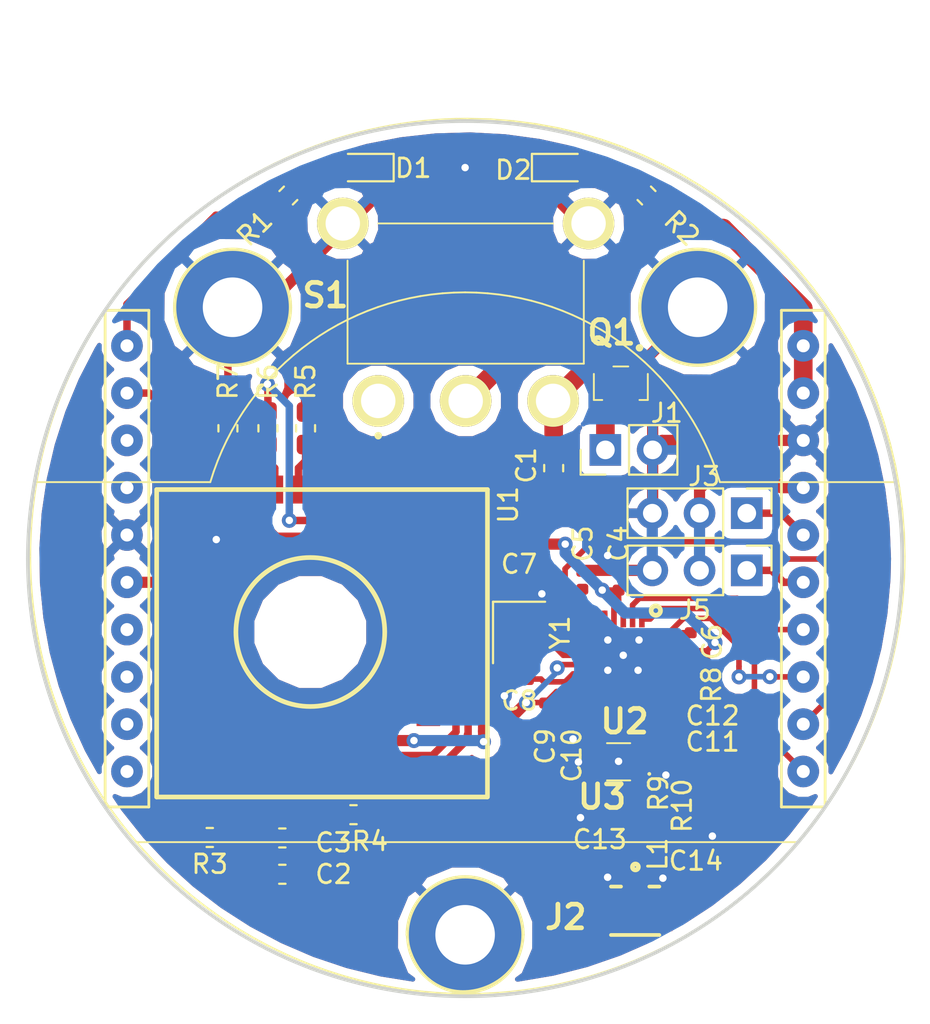
<source format=kicad_pcb>
(kicad_pcb (version 20171130) (host pcbnew "(5.0.0)")
  (layers (0 F.Cu signal) (31 B.Cu signal) (34 B.Paste user) (35 F.Paste user) (36 B.SilkS user) (37 F.SilkS user) (38 B.Mask user) (39 F.Mask user) (44 Edge.Cuts user))
  (net 0 "")
  (net 1 GND)
  (net 2 +BATT)
  (net 3 +3V3_Internal)
  (net 4 "Net-(D1-Pad2)")
  (net 5 "Net-(D2-Pad2)")
  (net 6 "Net-(J1-Pad1)")
  (net 7 /S_GLOBO)
  (net 8 "Net-(J4-Pad14)")
  (net 9 /P1)
  (net 10 /GPS_TX)
  (net 11 "Net-(J4-Pad17)")
  (net 12 "Net-(J4-Pad18)")
  (net 13 "Net-(J4-Pad19)")
  (net 14 "Net-(J4-Pad20)")
  (net 15 /SDO)
  (net 16 /S_PARACAIDAS)
  (net 17 /CS)
  (net 18 /SDI)
  (net 19 /SCLK)
  (net 20 "Net-(J4-Pad1)")
  (net 21 "Net-(R3-Pad2)")
  (net 22 /GPS/GPS_1V8)
  (net 23 "Net-(R4-Pad2)")
  (net 24 "Net-(R5-Pad1)")
  (net 25 "Net-(R6-Pad1)")
  (net 26 "Net-(R7-Pad1)")
  (net 27 "Net-(U1-Pad2)")
  (net 28 "Net-(U1-Pad19)")
  (net 29 "Net-(U1-Pad8)")
  (net 30 "Net-(U1-Pad10)")
  (net 31 "Net-(U1-Pad11)")
  (net 32 "Net-(U1-Pad12)")
  (net 33 "Net-(U1-Pad13)")
  (net 34 "Net-(U1-Pad14)")
  (net 35 "Net-(U1-Pad15)")
  (net 36 "Net-(U1-Pad16)")
  (net 37 "Net-(U1-Pad22)")
  (net 38 "Net-(J4-Pad13)")
  (net 39 "Net-(S1-Pad1)")
  (net 40 "Net-(C5-Pad1)")
  (net 41 "Net-(C7-Pad1)")
  (net 42 "Net-(C8-Pad1)")
  (net 43 "Net-(C13-Pad1)")
  (net 44 "Net-(C14-Pad1)")
  (net 45 /CC1101/ANT)
  (net 46 "Net-(R8-Pad2)")
  (net 47 "Net-(R9-Pad1)")
  (net 48 "Net-(U2-Pad3)")
  (net 49 "Net-(U2-Pad6)")
  (net 50 /CC1101/RF_P)
  (net 51 /CC1101/RF_N)
  (net 52 +5V)
  (module AXTEC:A2235-H (layer F.Cu) (at 1.2 12.8 90)
    (fp_text reference U1 (at 15.69 1.12 90) (layer F.SilkS))
    (fp_text value A2235-H hide)
    (pad 1 smd rect (at 0 -16.51 90) (size 1.5 0.9) (layers F.Cu F.Paste F.Mask) (net 21 "Net-(R3-Pad2)"))
    (pad 2 smd rect (at 0 -15.24 90) (size 1.5 0.9) (layers F.Cu F.Paste F.Mask) (net 27 "Net-(U1-Pad2)"))
    (pad 3 smd rect (at 0 -13.97 90) (size 1.5 0.9) (layers F.Cu F.Paste F.Mask) (net 3 +3V3_Internal))
    (pad 4 smd rect (at 0 -12.7 90) (size 1.5 0.9) (layers F.Cu F.Paste F.Mask) (net 28 "Net-(U1-Pad19)"))
    (pad 5 smd rect (at 0 -11.43 90) (size 1.5 0.9) (layers F.Cu F.Paste F.Mask) (net 22 /GPS/GPS_1V8))
    (pad 6 smd rect (at 0 -10.16 90) (size 1.5 0.9) (layers F.Cu F.Paste F.Mask) (net 1 GND))
    (pad 9 smd rect (at 0 -1.27 90) (size 1.5 0.9) (layers F.Cu F.Paste F.Mask) (net 1 GND))
    (pad 7 smd rect (at 0 -3.81 90) (size 1.5 0.9) (layers F.Cu F.Paste F.Mask) (net 23 "Net-(R4-Pad2)"))
    (pad 8 smd rect (at 0 -2.54 90) (size 1.5 0.9) (layers F.Cu F.Paste F.Mask) (net 29 "Net-(U1-Pad8)"))
    (pad 10 smd rect (at 16.51 -1.27 90) (size 1.5 0.9) (layers F.Cu F.Paste F.Mask) (net 30 "Net-(U1-Pad10)"))
    (pad 11 smd rect (at 16.51 -2.54 90) (size 1.5 0.9) (layers F.Cu F.Paste F.Mask) (net 31 "Net-(U1-Pad11)"))
    (pad 12 smd rect (at 16.51 -3.81 90) (size 1.5 0.9) (layers F.Cu F.Paste F.Mask) (net 32 "Net-(U1-Pad12)"))
    (pad 13 smd rect (at 16.51 -5.08 90) (size 1.5 0.9) (layers F.Cu F.Paste F.Mask) (net 33 "Net-(U1-Pad13)"))
    (pad 14 smd rect (at 16.51 -6.35 90) (size 1.5 0.9) (layers F.Cu F.Paste F.Mask) (net 34 "Net-(U1-Pad14)"))
    (pad 15 smd rect (at 16.51 -7.62 90) (size 1.5 0.9) (layers F.Cu F.Paste F.Mask) (net 35 "Net-(U1-Pad15)"))
    (pad 16 smd rect (at 16.51 -8.89 90) (size 1.5 0.9) (layers F.Cu F.Paste F.Mask) (net 36 "Net-(U1-Pad16)"))
    (pad 17 smd rect (at 16.51 -10.16 90) (size 1.5 0.9) (layers F.Cu F.Paste F.Mask) (net 24 "Net-(R5-Pad1)"))
    (pad 18 smd rect (at 16.51 -11.43 90) (size 1.5 0.9) (layers F.Cu F.Paste F.Mask) (net 25 "Net-(R6-Pad1)"))
    (pad 19 smd rect (at 16.51 -12.7 90) (size 1.5 0.9) (layers F.Cu F.Paste F.Mask) (net 28 "Net-(U1-Pad19)"))
    (pad 20 smd rect (at 16.51 -13.97 90) (size 1.5 0.9) (layers F.Cu F.Paste F.Mask) (net 26 "Net-(R7-Pad1)"))
    (pad 21 smd rect (at 16.51 -15.24 90) (size 1.5 0.9) (layers F.Cu F.Paste F.Mask) (net 10 /GPS_TX))
    (pad 22 smd rect (at 16.51 -16.51 90) (size 1.5 0.9) (layers F.Cu F.Paste F.Mask) (net 37 "Net-(U1-Pad22)"))
    (pad 23 smd rect (at 4.445 -3.175 90) (size 1.27 1.27) (layers F.Cu F.Paste F.Mask) (net 1 GND))
    (pad 24 smd rect (at 6.985 -3.175 90) (size 1.27 1.27) (layers F.Cu F.Paste F.Mask) (net 1 GND))
    (pad 25 smd rect (at 9.525 -3.175 90) (size 1.27 1.27) (layers F.Cu F.Paste F.Mask) (net 1 GND))
    (pad 26 smd rect (at 12.065 -3.175 90) (size 1.27 1.27) (layers F.Cu F.Paste F.Mask) (net 1 GND))
    (pad 27 smd rect (at 12.065 -14.605 90) (size 1.27 1.27) (layers F.Cu F.Paste F.Mask) (net 1 GND))
    (pad 28 smd rect (at 9.525 -14.605 90) (size 1.27 1.27) (layers F.Cu F.Paste F.Mask) (net 1 GND))
    (pad 29 smd rect (at 6.985 -14.605 90) (size 1.27 1.27) (layers F.Cu F.Paste F.Mask) (net 1 GND))
    (pad 30 smd rect (at 4.445 -14.605 90) (size 1.27 1.27) (layers F.Cu F.Paste F.Mask) (net 1 GND))
    (pad "" np_thru_hole circle (at 8.86 -9.52 90) (size 5 5) (drill 5) (layers *.Cu *.Mask))
  )
  (module Capacitor_SMD:C_0603_1608Metric_Pad1.05x0.95mm_HandSolder (layer F.Cu) (at 4.76 -4.86 270)
    (fp_text reference C1 (at -0.15 1.47 270) (layer F.SilkS))
    (fp_text value 1uF)
    (pad 2 smd roundrect (at 0.875 0 270) (size 1.05 0.95) (layers F.Cu F.Paste F.Mask) (net 1 GND))
    (pad 1 smd roundrect (at -0.875 0 270) (size 1.05 0.95) (layers F.Cu F.Paste F.Mask) (net 2 +BATT))
  )
  (module Capacitor_SMD:C_0603_1608Metric_Pad1.05x0.95mm_HandSolder (layer F.Cu) (at -9.825 16.95)
    (fp_text reference C2 (at 2.75 0) (layer F.SilkS))
    (fp_text value 100nF)
    (pad 1 smd roundrect (at -0.875 0) (size 1.05 0.95) (layers F.Cu F.Paste F.Mask) (net 3 +3V3_Internal))
    (pad 2 smd roundrect (at 0.875 0) (size 1.05 0.95) (layers F.Cu F.Paste F.Mask) (net 1 GND))
  )
  (module Capacitor_SMD:C_0603_1608Metric_Pad1.05x0.95mm_HandSolder (layer F.Cu) (at -9.825 15)
    (fp_text reference C3 (at 2.75 0.25) (layer F.SilkS))
    (fp_text value 1uF)
    (pad 1 smd roundrect (at -0.875 0) (size 1.05 0.95) (layers F.Cu F.Paste F.Mask) (net 3 +3V3_Internal))
    (pad 2 smd roundrect (at 0.875 0) (size 1.05 0.95) (layers F.Cu F.Paste F.Mask) (net 1 GND))
  )
  (module LED_SMD:LED_0603_1608Metric_Pad1.05x0.95mm_HandSolder (layer F.Cu) (at -5.5 -21 180)
    (fp_text reference D1 (at -2.71 -0.03 180) (layer F.SilkS))
    (fp_text value Rojo)
    (pad 2 smd roundrect (at 0.875 0 180) (size 1.05 0.95) (layers F.Cu F.Paste F.Mask) (net 4 "Net-(D1-Pad2)"))
    (pad 1 smd roundrect (at -0.875 0 180) (size 1.05 0.95) (layers F.Cu F.Paste F.Mask) (net 1 GND))
  )
  (module LED_SMD:LED_0603_1608Metric_Pad1.05x0.95mm_HandSolder (layer F.Cu) (at 5.25 -21)
    (fp_text reference D2 (at -2.66 0.13) (layer F.SilkS))
    (fp_text value Verde)
    (pad 1 smd roundrect (at -0.875 0) (size 1.05 0.95) (layers F.Cu F.Paste F.Mask) (net 1 GND))
    (pad 2 smd roundrect (at 0.875 0) (size 1.05 0.95) (layers F.Cu F.Paste F.Mask) (net 5 "Net-(D2-Pad2)"))
  )
  (module Connector_PinHeader_2.54mm:PinHeader_1x02_P2.54mm_Vertical (layer F.Cu) (at 7.54 -5.84 90)
    (fp_text reference J1 (at 1.98 3.3 180) (layer F.SilkS))
    (fp_text value "Batería LiPo (Soldada)" hide)
    (pad 1 thru_hole rect (at 0 0 90) (size 1.7 1.7) (drill 1) (layers *.Cu *.Mask) (net 6 "Net-(J1-Pad1)"))
    (pad 2 thru_hole oval (at 0 2.54 90) (size 1.7 1.7) (drill 1) (layers *.Cu *.Mask) (net 1 GND))
  )
  (module Connector_PinHeader_2.54mm:PinHeader_1x03_P2.54mm_Vertical (layer F.Cu) (at 15.14 -2.44 270)
    (fp_text reference J3 (at -1.975001 2.29) (layer F.SilkS))
    (fp_text value "Servo Globo" hide)
    (pad 1 thru_hole rect (at 0 0 270) (size 1.7 1.7) (drill 1) (layers *.Cu *.Mask) (net 7 /S_GLOBO))
    (pad 2 thru_hole oval (at 0 2.54 270) (size 1.7 1.7) (drill 1) (layers *.Cu *.Mask) (net 52 +5V))
    (pad 3 thru_hole oval (at 0 5.08 270) (size 1.7 1.7) (drill 1) (layers *.Cu *.Mask) (net 1 GND))
  )
  (module Connector_PinHeader_2.54mm:PinHeader_1x03_P2.54mm_Vertical (layer F.Cu) (at 15.14 0.63 270)
    (fp_text reference J5 (at 2.124999 2.79 180) (layer F.SilkS))
    (fp_text value "Servo Paracaídas" hide)
    (pad 3 thru_hole oval (at 0 5.08 270) (size 1.7 1.7) (drill 1) (layers *.Cu *.Mask) (net 1 GND))
    (pad 2 thru_hole oval (at 0 2.54 270) (size 1.7 1.7) (drill 1) (layers *.Cu *.Mask) (net 52 +5V))
    (pad 1 thru_hole rect (at 0 0 270) (size 1.7 1.7) (drill 1) (layers *.Cu *.Mask) (net 16 /S_PARACAIDAS))
  )
  (module AXTEC:MH_CanSat (layer F.Cu) (at 0 0)
    (fp_text reference MH1 hide)
    (fp_text value MH_CanSat hide)
    (pad 2 thru_hole circle (at 12.5 -13.5) (size 6.2 6.2) (drill 3.2) (layers *.Cu *.Mask) (net 1 GND))
    (pad 1 thru_hole circle (at -12.5 -13.5) (size 6.3 6.3) (drill 3.2) (layers *.Cu *.Mask) (net 1 GND))
    (pad 3 thru_hole circle (at 0 20.2) (size 6.2 6.2) (drill 3.2) (layers *.Cu *.Mask) (net 1 GND))
  )
  (module SamacSys_Parts:SSM3J332RLFT (layer F.Cu) (at 8.37 -9.42 180)
    (fp_text reference Q1 (at 0.5 2.72 180) (layer F.SilkS) (effects (font (size 1.27 1.27) (thickness 0.254))))
    (fp_text value SSM3J338R,LF hide)
    (pad 1 smd rect (at -0.95 1.05 180) (size 0.8 0.9) (layers F.Cu F.Paste F.Mask) (net 1 GND))
    (pad 2 smd rect (at 0.95 1.05 180) (size 0.8 0.9) (layers F.Cu F.Paste F.Mask) (net 2 +BATT))
    (pad 3 smd rect (at 0 -1.05 180) (size 0.8 0.9) (layers F.Cu F.Paste F.Mask) (net 6 "Net-(J1-Pad1)"))
  )
  (module Resistor_SMD:R_0603_1608Metric_Pad1.05x0.95mm_HandSolder (layer F.Cu) (at -9.5 -19.5 45)
    (fp_text reference R1 (at -2.524371 -0.035355 45) (layer F.SilkS))
    (fp_text value 1k)
    (pad 2 smd roundrect (at 0.874999 0 45) (size 1.05 0.95) (layers F.Cu F.Paste F.Mask) (net 4 "Net-(D1-Pad2)"))
    (pad 1 smd roundrect (at -0.874999 0 45) (size 1.05 0.95) (layers F.Cu F.Paste F.Mask) (net 9 /P1))
  )
  (module Resistor_SMD:R_0603_1608Metric_Pad1.05x0.95mm_HandSolder (layer F.Cu) (at 9.75 -19.5 135)
    (fp_text reference R2 (at -2.588011 0.098995 135) (layer F.SilkS))
    (fp_text value 1k)
    (pad 1 smd roundrect (at -0.874999 0 135) (size 1.05 0.95) (layers F.Cu F.Paste F.Mask) (net 20 "Net-(J4-Pad1)"))
    (pad 2 smd roundrect (at 0.874999 0 135) (size 1.05 0.95) (layers F.Cu F.Paste F.Mask) (net 5 "Net-(D2-Pad2)"))
  )
  (module Resistor_SMD:R_0603_1608Metric_Pad1.05x0.95mm_HandSolder (layer F.Cu) (at -13.725 14.975 180)
    (fp_text reference R3 (at 0 -1.43 180) (layer F.SilkS))
    (fp_text value 10k)
    (pad 2 smd roundrect (at 0.875 0 180) (size 1.05 0.95) (layers F.Cu F.Paste F.Mask) (net 21 "Net-(R3-Pad2)"))
    (pad 1 smd roundrect (at -0.875 0 180) (size 1.05 0.95) (layers F.Cu F.Paste F.Mask) (net 3 +3V3_Internal))
  )
  (module Resistor_SMD:R_0603_1608Metric_Pad1.05x0.95mm_HandSolder (layer F.Cu) (at -6 13.75)
    (fp_text reference R4 (at 0.88 1.43) (layer F.SilkS))
    (fp_text value 10k)
    (pad 1 smd roundrect (at -0.875 0) (size 1.05 0.95) (layers F.Cu F.Paste F.Mask) (net 22 /GPS/GPS_1V8))
    (pad 2 smd roundrect (at 0.875 0) (size 1.05 0.95) (layers F.Cu F.Paste F.Mask) (net 23 "Net-(R4-Pad2)"))
  )
  (module Resistor_SMD:R_0603_1608Metric_Pad1.05x0.95mm_HandSolder (layer F.Cu) (at -8.575 -7 90)
    (fp_text reference R5 (at 2.5 0 90) (layer F.SilkS))
    (fp_text value 10k)
    (pad 1 smd roundrect (at -0.875 0 90) (size 1.05 0.95) (layers F.Cu F.Paste F.Mask) (net 24 "Net-(R5-Pad1)"))
    (pad 2 smd roundrect (at 0.875 0 90) (size 1.05 0.95) (layers F.Cu F.Paste F.Mask) (net 1 GND))
  )
  (module Resistor_SMD:R_0603_1608Metric_Pad1.05x0.95mm_HandSolder (layer F.Cu) (at -10.6 -7 90)
    (fp_text reference R6 (at 2.5 0 90) (layer F.SilkS))
    (fp_text value 10k)
    (pad 2 smd roundrect (at 0.875 0 90) (size 1.05 0.95) (layers F.Cu F.Paste F.Mask) (net 22 /GPS/GPS_1V8))
    (pad 1 smd roundrect (at -0.875 0 90) (size 1.05 0.95) (layers F.Cu F.Paste F.Mask) (net 25 "Net-(R6-Pad1)"))
  )
  (module Resistor_SMD:R_0603_1608Metric_Pad1.05x0.95mm_HandSolder (layer F.Cu) (at -12.75 -7 90)
    (fp_text reference R7 (at 2.5 0 90) (layer F.SilkS))
    (fp_text value 10k)
    (pad 1 smd roundrect (at -0.875 0 90) (size 1.05 0.95) (layers F.Cu F.Paste F.Mask) (net 26 "Net-(R7-Pad1)"))
    (pad 2 smd roundrect (at 0.875 0 90) (size 1.05 0.95) (layers F.Cu F.Paste F.Mask) (net 1 GND))
  )
  (module "AXTEC:Serigrafia tapa superior" (layer F.Cu) (at 0 0)
    (fp_text reference REF** hide)
    (fp_text value "Serigrafia tapa superior" hide)
  )
  (module AXTEC:Conector_PCB_A-B (layer F.Cu) (at 0 0)
    (fp_text reference J4 hide)
    (fp_text value Conector_PCB_A-B)
    (pad 15 thru_hole circle (at -18.175 -1.27) (size 1.7 1.7) (drill 0.7) (layers *.Cu *.Mask) (net 1 GND))
    (pad 14 thru_hole circle (at -18.175 -3.81) (size 1.7 1.7) (drill 0.7) (layers *.Cu *.Mask) (net 8 "Net-(J4-Pad14)"))
    (pad 13 thru_hole circle (at -18.175 -6.35) (size 1.7 1.7) (drill 0.7) (layers *.Cu *.Mask) (net 38 "Net-(J4-Pad13)"))
    (pad 12 thru_hole circle (at -18.175 -8.89) (size 1.7 1.7) (drill 0.7) (layers *.Cu *.Mask) (net 10 /GPS_TX))
    (pad 11 thru_hole circle (at -18.175 -11.43) (size 1.7 1.7) (drill 0.7) (layers *.Cu *.Mask) (net 9 /P1))
    (pad 16 thru_hole circle (at -18.175 1.27) (size 1.7 1.7) (drill 0.7) (layers *.Cu *.Mask) (net 3 +3V3_Internal))
    (pad 17 thru_hole circle (at -18.175 3.81) (size 1.7 1.7) (drill 0.7) (layers *.Cu *.Mask) (net 11 "Net-(J4-Pad17)"))
    (pad 18 thru_hole circle (at -18.175 6.35) (size 1.7 1.7) (drill 0.7) (layers *.Cu *.Mask) (net 12 "Net-(J4-Pad18)"))
    (pad 19 thru_hole circle (at -18.175 8.89) (size 1.7 1.7) (drill 0.7) (layers *.Cu *.Mask) (net 13 "Net-(J4-Pad19)"))
    (pad 20 thru_hole circle (at -18.175 11.43) (size 1.7 1.7) (drill 0.7) (layers *.Cu *.Mask) (net 14 "Net-(J4-Pad20)"))
    (pad 5 thru_hole circle (at 18.175 -1.27 180) (size 1.7 1.7) (drill 0.7) (layers *.Cu *.Mask) (net 7 /S_GLOBO))
    (pad 9 thru_hole circle (at 18.175 8.89 180) (size 1.7 1.7) (drill 0.7) (layers *.Cu *.Mask) (net 17 /CS))
    (pad 10 thru_hole circle (at 18.175 11.43 180) (size 1.7 1.7) (drill 0.7) (layers *.Cu *.Mask) (net 19 /SCLK))
    (pad 7 thru_hole circle (at 18.175 3.81 180) (size 1.7 1.7) (drill 0.7) (layers *.Cu *.Mask) (net 15 /SDO))
    (pad 3 thru_hole circle (at 18.175 -6.35 180) (size 1.7 1.7) (drill 0.7) (layers *.Cu *.Mask) (net 1 GND))
    (pad 4 thru_hole circle (at 18.175 -3.81 180) (size 1.7 1.7) (drill 0.7) (layers *.Cu *.Mask) (net 52 +5V))
    (pad 6 thru_hole circle (at 18.175 1.27 180) (size 1.7 1.7) (drill 0.7) (layers *.Cu *.Mask) (net 16 /S_PARACAIDAS))
    (pad 8 thru_hole circle (at 18.175 6.35 180) (size 1.7 1.7) (drill 0.7) (layers *.Cu *.Mask) (net 18 /SDI))
    (pad 1 thru_hole circle (at 18.175 -11.43 180) (size 1.7 1.7) (drill 0.7) (layers *.Cu *.Mask) (net 20 "Net-(J4-Pad1)"))
    (pad 2 thru_hole circle (at 18.175 -8.89 180) (size 1.7 1.7) (drill 0.7) (layers *.Cu *.Mask) (net 20 "Net-(J4-Pad1)"))
  )
  (module SamacSys_Parts:500SSP1S1M6QEA (layer F.Cu) (at 0.03 -14.61 270)
    (fp_text reference S1 (at 0.47 7.54 180) (layer F.SilkS) (effects (font (size 1.27 1.27) (thickness 0.254))))
    (fp_text value 500SSP1S1M6QEA hide)
    (pad 1 thru_hole circle (at 6.14 4.7) (size 2.775 2.775) (drill 1.85) (layers *.Cu *.Mask F.SilkS) (net 39 "Net-(S1-Pad1)"))
    (pad 2 thru_hole circle (at 6.14 0) (size 2.775 2.775) (drill 1.85) (layers *.Cu *.Mask F.SilkS) (net 20 "Net-(J4-Pad1)"))
    (pad 3 thru_hole circle (at 6.14 -4.7) (size 2.775 2.775) (drill 1.85) (layers *.Cu *.Mask F.SilkS) (net 2 +BATT))
    (pad 4 thru_hole circle (at -3.39 6.605) (size 2.775 2.775) (drill 1.85) (layers *.Cu *.Mask F.SilkS) (net 1 GND))
    (pad 5 thru_hole circle (at -3.39 -6.605) (size 2.775 2.775) (drill 1.85) (layers *.Cu *.Mask F.SilkS) (net 1 GND))
  )
  (module Capacitor_SMD:C_0402_1005Metric (layer F.Cu) (at 8.25 1.205 90)
    (fp_text reference C4 (at 2.015 0 90) (layer F.SilkS))
    (fp_text value 100nF)
    (pad 1 smd roundrect (at -0.485 0 90) (size 0.59 0.64) (layers F.Cu F.Paste F.Mask) (net 3 +3V3_Internal))
    (pad 2 smd roundrect (at 0.485 0 90) (size 0.59 0.64) (layers F.Cu F.Paste F.Mask) (net 1 GND))
  )
  (module Capacitor_SMD:C_0402_1005Metric (layer F.Cu) (at 6.3 1.16 90)
    (fp_text reference C5 (at 1.96 0.03 90) (layer F.SilkS))
    (fp_text value 100nF)
    (pad 2 smd roundrect (at 0.485 0 90) (size 0.59 0.64) (layers F.Cu F.Paste F.Mask) (net 1 GND))
    (pad 1 smd roundrect (at -0.485 0 90) (size 0.59 0.64) (layers F.Cu F.Paste F.Mask) (net 40 "Net-(C5-Pad1)"))
  )
  (module Capacitor_SMD:C_0402_1005Metric (layer F.Cu) (at 12.125 4.465 90)
    (fp_text reference C6 (at -0.005 1.155 90) (layer F.SilkS))
    (fp_text value 100nF)
    (pad 2 smd roundrect (at 0.485 0 90) (size 0.59 0.64) (layers F.Cu F.Paste F.Mask) (net 1 GND))
    (pad 1 smd roundrect (at -0.485 0 90) (size 0.59 0.64) (layers F.Cu F.Paste F.Mask) (net 3 +3V3_Internal))
  )
  (module Capacitor_SMD:C_0402_1005Metric (layer F.Cu) (at 2.9 1.465)
    (fp_text reference C7 (at 0 -1.17) (layer F.SilkS))
    (fp_text value 18pF)
    (pad 1 smd roundrect (at -0.485 0) (size 0.59 0.64) (layers F.Cu F.Paste F.Mask) (net 41 "Net-(C7-Pad1)"))
    (pad 2 smd roundrect (at 0.485 0) (size 0.59 0.64) (layers F.Cu F.Paste F.Mask) (net 1 GND))
  )
  (module Capacitor_SMD:C_0402_1005Metric (layer F.Cu) (at 2.915 6.465 180)
    (fp_text reference C8 (at 0 -1.17 180) (layer F.SilkS))
    (fp_text value 18pF)
    (pad 2 smd roundrect (at 0.485 0 180) (size 0.59 0.64) (layers F.Cu F.Paste F.Mask) (net 1 GND))
    (pad 1 smd roundrect (at -0.485 0 180) (size 0.59 0.64) (layers F.Cu F.Paste F.Mask) (net 42 "Net-(C8-Pad1)"))
  )
  (module Capacitor_SMD:C_0402_1005Metric (layer F.Cu) (at 4.3 8.24 270)
    (fp_text reference C9 (at 1.84 0 270) (layer F.SilkS))
    (fp_text value 100nF)
    (pad 1 smd roundrect (at -0.485 0 270) (size 0.59 0.64) (layers F.Cu F.Paste F.Mask) (net 3 +3V3_Internal))
    (pad 2 smd roundrect (at 0.485 0 270) (size 0.59 0.64) (layers F.Cu F.Paste F.Mask) (net 1 GND))
  )
  (module Capacitor_SMD:C_0402_1005Metric (layer F.Cu) (at 5.74 8.24 270)
    (fp_text reference C10 (at 2.33 0.01 270) (layer F.SilkS))
    (fp_text value 100nF)
    (pad 1 smd roundrect (at -0.485 0 270) (size 0.59 0.64) (layers F.Cu F.Paste F.Mask) (net 3 +3V3_Internal))
    (pad 2 smd roundrect (at 0.485 0 270) (size 0.59 0.64) (layers F.Cu F.Paste F.Mask) (net 1 GND))
  )
  (module Capacitor_SMD:C_0402_1005Metric (layer F.Cu) (at 11.015 9.84)
    (fp_text reference C11 (at 2.285 0) (layer F.SilkS))
    (fp_text value 100nF)
    (pad 2 smd roundrect (at 0.485 0) (size 0.59 0.64) (layers F.Cu F.Paste F.Mask) (net 1 GND))
    (pad 1 smd roundrect (at -0.485 0) (size 0.59 0.64) (layers F.Cu F.Paste F.Mask) (net 3 +3V3_Internal))
  )
  (module Capacitor_SMD:C_0402_1005Metric (layer F.Cu) (at 7.54 13.91 180)
    (fp_text reference C13 (at 0.3 -1.17 180) (layer F.SilkS))
    (fp_text value n.a)
    (pad 2 smd roundrect (at 0.485 0 180) (size 0.59 0.64) (layers F.Cu F.Paste F.Mask) (net 1 GND))
    (pad 1 smd roundrect (at -0.485 0 180) (size 0.59 0.64) (layers F.Cu F.Paste F.Mask) (net 43 "Net-(C13-Pad1)"))
  )
  (module Capacitor_SMD:C_0402_1005Metric (layer F.Cu) (at 12.025 14.91)
    (fp_text reference C14 (at 0.375 1.32) (layer F.SilkS))
    (fp_text value n.a)
    (pad 1 smd roundrect (at -0.485 0) (size 0.59 0.64) (layers F.Cu F.Paste F.Mask) (net 44 "Net-(C14-Pad1)"))
    (pad 2 smd roundrect (at 0.485 0) (size 0.59 0.64) (layers F.Cu F.Paste F.Mask) (net 1 GND))
  )
  (module SamacSys_Parts:CONUFL001-SMD (layer F.Cu) (at 9.14 18.91 180)
    (fp_text reference J2 (at 3.73 -0.34 180) (layer F.SilkS) (effects (font (size 1.27 1.27) (thickness 0.254))))
    (fp_text value CONUFL001-SMD hide)
    (pad 1 smd rect (at 0 1.525 180) (size 1 1.05) (layers F.Cu F.Paste F.Mask) (net 45 /CC1101/ANT))
    (pad 2 smd rect (at -1.475 0 180) (size 1.05 2.2) (layers F.Cu F.Paste F.Mask) (net 1 GND))
    (pad 3 smd rect (at 1.475 0 180) (size 1.05 2.2) (layers F.Cu F.Paste F.Mask) (net 1 GND))
  )
  (module Inductor_SMD:L_0402_1005Metric (layer F.Cu) (at 9.14 15.51 270)
    (fp_text reference L1 (at 0.36 -1.21 270) (layer F.SilkS))
    (fp_text value 12nH)
    (pad 1 smd roundrect (at -0.485 0 270) (size 0.59 0.64) (layers F.Cu F.Paste F.Mask) (net 44 "Net-(C14-Pad1)"))
    (pad 2 smd roundrect (at 0.485 0 270) (size 0.59 0.64) (layers F.Cu F.Paste F.Mask) (net 45 /CC1101/ANT))
  )
  (module Resistor_SMD:R_0402_1005Metric (layer F.Cu) (at 12.15 6.69 90)
    (fp_text reference R8 (at -0.08 1.09 90) (layer F.SilkS))
    (fp_text value 56k)
    (pad 1 smd roundrect (at -0.485 0 90) (size 0.59 0.64) (layers F.Cu F.Paste F.Mask) (net 1 GND))
    (pad 2 smd roundrect (at 0.485 0 90) (size 0.59 0.64) (layers F.Cu F.Paste F.Mask) (net 46 "Net-(R8-Pad2)"))
  )
  (module Resistor_SMD:R_0402_1005Metric (layer F.Cu) (at 9.14 13.41 270)
    (fp_text reference R9 (at -0.81 -1.25 270) (layer F.SilkS))
    (fp_text value 0R)
    (pad 2 smd roundrect (at 0.485 0 270) (size 0.59 0.64) (layers F.Cu F.Paste F.Mask) (net 43 "Net-(C13-Pad1)"))
    (pad 1 smd roundrect (at -0.485 0 270) (size 0.59 0.64) (layers F.Cu F.Paste F.Mask) (net 47 "Net-(R9-Pad1)"))
  )
  (module Resistor_SMD:R_0402_1005Metric (layer F.Cu) (at 10.34 14.45 270)
    (fp_text reference R10 (at -1.18 -1.32 270) (layer F.SilkS))
    (fp_text value 0R)
    (pad 1 smd roundrect (at -0.485 0 270) (size 0.59 0.64) (layers F.Cu F.Paste F.Mask) (net 43 "Net-(C13-Pad1)"))
    (pad 2 smd roundrect (at 0.485 0 270) (size 0.59 0.64) (layers F.Cu F.Paste F.Mask) (net 44 "Net-(C14-Pad1)"))
  )
  (module SamacSys_Parts:QFN50P400X400X100-21N-D (layer F.Cu) (at 8.5 5.19 270)
    (fp_text reference U2 (at 3.55 -0.07 180) (layer F.SilkS) (effects (font (size 1.27 1.27) (thickness 0.254))))
    (fp_text value CC1101RGP hide)
    (pad 1 smd rect (at -1.95 -1) (size 0.3 0.9) (layers F.Cu F.Paste F.Mask) (net 19 /SCLK))
    (pad 2 smd rect (at -1.95 -0.5) (size 0.3 0.9) (layers F.Cu F.Paste F.Mask) (net 15 /SDO))
    (pad 3 smd rect (at -1.95 0) (size 0.3 0.9) (layers F.Cu F.Paste F.Mask) (net 48 "Net-(U2-Pad3)"))
    (pad 4 smd rect (at -1.95 0.5) (size 0.3 0.9) (layers F.Cu F.Paste F.Mask) (net 3 +3V3_Internal))
    (pad 5 smd rect (at -1.95 1) (size 0.3 0.9) (layers F.Cu F.Paste F.Mask) (net 40 "Net-(C5-Pad1)"))
    (pad 6 smd rect (at -1 1.95 270) (size 0.3 0.9) (layers F.Cu F.Paste F.Mask) (net 49 "Net-(U2-Pad6)"))
    (pad 7 smd rect (at -0.5 1.95 270) (size 0.3 0.9) (layers F.Cu F.Paste F.Mask) (net 17 /CS))
    (pad 8 smd rect (at 0 1.95 270) (size 0.3 0.9) (layers F.Cu F.Paste F.Mask) (net 41 "Net-(C7-Pad1)"))
    (pad 9 smd rect (at 0.5 1.95 270) (size 0.3 0.9) (layers F.Cu F.Paste F.Mask) (net 3 +3V3_Internal))
    (pad 10 smd rect (at 1 1.95 270) (size 0.3 0.9) (layers F.Cu F.Paste F.Mask) (net 42 "Net-(C8-Pad1)"))
    (pad 11 smd rect (at 1.95 1) (size 0.3 0.9) (layers F.Cu F.Paste F.Mask) (net 3 +3V3_Internal))
    (pad 12 smd rect (at 1.95 0.5) (size 0.3 0.9) (layers F.Cu F.Paste F.Mask) (net 50 /CC1101/RF_P))
    (pad 13 smd rect (at 1.95 0) (size 0.3 0.9) (layers F.Cu F.Paste F.Mask) (net 51 /CC1101/RF_N))
    (pad 14 smd rect (at 1.95 -0.5) (size 0.3 0.9) (layers F.Cu F.Paste F.Mask) (net 3 +3V3_Internal))
    (pad 15 smd rect (at 1.95 -1) (size 0.3 0.9) (layers F.Cu F.Paste F.Mask) (net 3 +3V3_Internal))
    (pad 16 smd rect (at 1 -1.95 270) (size 0.3 0.9) (layers F.Cu F.Paste F.Mask) (net 1 GND))
    (pad 17 smd rect (at 0.5 -1.95 270) (size 0.3 0.9) (layers F.Cu F.Paste F.Mask) (net 46 "Net-(R8-Pad2)"))
    (pad 18 smd rect (at 0 -1.95 270) (size 0.3 0.9) (layers F.Cu F.Paste F.Mask) (net 3 +3V3_Internal))
    (pad 19 smd rect (at -0.5 -1.95 270) (size 0.3 0.9) (layers F.Cu F.Paste F.Mask) (net 1 GND))
    (pad 20 smd rect (at -1 -1.95 270) (size 0.3 0.9) (layers F.Cu F.Paste F.Mask) (net 18 /SDI))
    (pad 21 smd rect (at 0 0 270) (size 2.5 2.5) (layers F.Cu F.Paste F.Mask) (net 1 GND))
  )
  (module SamacSys_Parts:0915BM15A0001E (layer F.Cu) (at 8.25 10.91 270)
    (fp_text reference U3 (at 1.88 0.89) (layer F.SilkS) (effects (font (size 1.27 1.27) (thickness 0.254))))
    (fp_text value 0915BM15A0001E hide)
    (pad 1 smd rect (at 0.65 -0.9 270) (size 0.35 1) (layers F.Cu F.Paste F.Mask) (net 47 "Net-(R9-Pad1)"))
    (pad 2 smd rect (at 0 -0.9 270) (size 0.35 1) (layers F.Cu F.Paste F.Mask) (net 1 GND))
    (pad 3 smd rect (at -0.65 -0.9 270) (size 0.35 1) (layers F.Cu F.Paste F.Mask) (net 51 /CC1101/RF_N))
    (pad 4 smd rect (at -0.65 0.9 270) (size 0.35 1) (layers F.Cu F.Paste F.Mask) (net 50 /CC1101/RF_P))
    (pad 5 smd rect (at 0 0.9 270) (size 0.35 1) (layers F.Cu F.Paste F.Mask) (net 1 GND))
    (pad 6 smd rect (at 0.65 0.9 270) (size 0.35 1) (layers F.Cu F.Paste F.Mask) (net 1 GND))
  )
  (module Crystal:Crystal_SMD_2520-4Pin_2.5x2.0mm (layer F.Cu) (at 2.9 3.965 270)
    (fp_text reference Y1 (at 0 -2.2 270) (layer F.SilkS))
    (fp_text value "26 MHz")
    (pad 1 smd rect (at -0.875 0.7 270) (size 1.15 1) (layers F.Cu F.Paste F.Mask) (net 41 "Net-(C7-Pad1)"))
    (pad 2 smd rect (at 0.875 0.7 270) (size 1.15 1) (layers F.Cu F.Paste F.Mask) (net 1 GND))
    (pad 3 smd rect (at 0.875 -0.7 270) (size 1.15 1) (layers F.Cu F.Paste F.Mask) (net 42 "Net-(C8-Pad1)"))
    (pad 4 smd rect (at -0.875 -0.7 270) (size 1.15 1) (layers F.Cu F.Paste F.Mask) (net 1 GND))
  )
  (module Capacitor_SMD:C_0402_1005Metric (layer F.Cu) (at 11 8.44)
    (fp_text reference C12 (at 2.3 0) (layer F.SilkS))
    (fp_text value 100nF)
    (pad 1 smd roundrect (at -0.485 0) (size 0.59 0.64) (layers F.Cu F.Paste F.Mask) (net 3 +3V3_Internal))
    (pad 2 smd roundrect (at 0.485 0) (size 0.59 0.64) (layers F.Cu F.Paste F.Mask) (net 1 GND))
  )
  (gr_circle (center 0 0) (end 23.5 0) (layer Edge.Cuts) (width 0.2))
  (via (at 8.5 5.19) (size 0.8) (drill 0.4) (layers F.Cu B.Cu) (net 1))
  (via (at 7.6708 5.9944) (size 0.8) (drill 0.4) (layers F.Cu B.Cu) (net 1))
  (via (at 7.6708 4.3688) (size 0.8) (drill 0.4) (layers F.Cu B.Cu) (net 1))
  (via (at 9.2964 5.9944) (size 0.8) (drill 0.4) (layers F.Cu B.Cu) (net 1))
  (via (at 9.3472 4.3688) (size 0.8) (drill 0.4) (layers F.Cu B.Cu) (net 1))
  (segment (start -12.75 -13.25) (end -12.5 -13.5) (width 0.4) (layer F.Cu) (net 1))
  (segment (start -12.75 -7.875) (end -12.75 -13.25) (width 0.4) (layer F.Cu) (net 1))
  (segment (start -8.575 -9.575) (end -12.5 -13.5) (width 0.4) (layer F.Cu) (net 1))
  (segment (start -8.575 -7.875) (end -8.575 -9.575) (width 0.4) (layer F.Cu) (net 1))
  (segment (start -8.96 16.94) (end -8.95 16.95) (width 0.6) (layer F.Cu) (net 1))
  (via (at -13.375 -1.025) (size 0.8) (drill 0.4) (layers F.Cu B.Cu) (net 1))
  (segment (start -13.405 8.355) (end -13.405 -0.995) (width 0.6) (layer F.Cu) (net 1))
  (segment (start -13.405 -0.995) (end -13.375 -1.025) (width 0.6) (layer F.Cu) (net 1))
  (segment (start -8.96 16.25) (end -8.96 16.94) (width 0.6) (layer F.Cu) (net 1))
  (segment (start -8.96 12.8) (end -8.96 16.25) (width 0.6) (layer F.Cu) (net 1))
  (segment (start -4.625 -19.62) (end -6.605 -17.64) (width 0.6) (layer F.Cu) (net 1))
  (segment (start -4.625 -21) (end -4.625 -19.62) (width 0.6) (layer F.Cu) (net 1))
  (segment (start 4.375 -19.87) (end 6.605 -17.64) (width 0.6) (layer F.Cu) (net 1))
  (segment (start 4.375 -21) (end 4.375 -19.87) (width 0.6) (layer F.Cu) (net 1))
  (segment (start -10.745 -13.5) (end -12.5 -13.5) (width 0.6) (layer F.Cu) (net 1))
  (segment (start -6.605 -17.64) (end -10.745 -13.5) (width 0.6) (layer F.Cu) (net 1))
  (via (at 0 -21) (size 0.8) (drill 0.4) (layers F.Cu B.Cu) (net 1))
  (segment (start -4.625 -21) (end 0.05 -21) (width 0.6) (layer F.Cu) (net 1))
  (segment (start 4.375 -21) (end 0.05 -21) (width 0.6) (layer F.Cu) (net 1))
  (segment (start -13.375 -0.459315) (end -13.340685 -0.425) (width 0.6) (layer F.Cu) (net 1))
  (segment (start -13.375 -1.025) (end -13.375 -0.459315) (width 0.6) (layer F.Cu) (net 1))
  (segment (start -12.17 8.355) (end -1.975 8.355) (width 0.6) (layer F.Cu) (net 1))
  (segment (start -13.405 8.355) (end -12.17 8.355) (width 0.6) (layer F.Cu) (net 1))
  (segment (start -1.975 8.355) (end -1.975 0.735) (width 0.6) (layer F.Cu) (net 1))
  (segment (start -0.07 20.13) (end 0 20.2) (width 0.6) (layer F.Cu) (net 1))
  (segment (start -8.95 15) (end -0.9 15) (width 0.6) (layer F.Cu) (net 1))
  (segment (start -0.07 14.17) (end -0.07 12.8) (width 0.6) (layer F.Cu) (net 1))
  (segment (start -0.9 15) (end -0.07 14.17) (width 0.6) (layer F.Cu) (net 1))
  (segment (start 11.705 3.98) (end 11.445 4.24) (width 0.3) (layer F.Cu) (net 1))
  (segment (start 12.125 3.98) (end 11.705 3.98) (width 0.3) (layer F.Cu) (net 1))
  (segment (start 11.445 4.24) (end 11.445 4.445) (width 0.3) (layer F.Cu) (net 1))
  (segment (start 11.2 4.69) (end 11.445 4.445) (width 0.3) (layer F.Cu) (net 1))
  (segment (start 10.45 4.69) (end 11.2 4.69) (width 0.3) (layer F.Cu) (net 1))
  (segment (start 11.435 7.175) (end 12.15 7.175) (width 0.3) (layer F.Cu) (net 1))
  (segment (start 11.485 7.225) (end 11.435 7.175) (width 0.3) (layer F.Cu) (net 1))
  (segment (start 11.485 8.44) (end 11.485 7.225) (width 0.3) (layer F.Cu) (net 1))
  (segment (start 3.6 1.68) (end 3.385 1.465) (width 0.3) (layer F.Cu) (net 1))
  (via (at 4.125 1.89) (size 0.8) (drill 0.4) (layers F.Cu B.Cu) (net 1))
  (segment (start 3.9 2.115) (end 4.125 1.89) (width 0.3) (layer F.Cu) (net 1))
  (segment (start 3.6 2.115) (end 3.9 2.115) (width 0.3) (layer F.Cu) (net 1))
  (segment (start 3.6 2.115) (end 3.6 1.68) (width 0.3) (layer F.Cu) (net 1))
  (segment (start 3.6 3.09) (end 3.6 2.115) (width 0.3) (layer F.Cu) (net 1))
  (segment (start 2.2 6.235) (end 2.43 6.465) (width 0.3) (layer F.Cu) (net 1))
  (segment (start 2.2 4.84) (end 2.2 6.235) (width 0.3) (layer F.Cu) (net 1))
  (segment (start 11.485 9.825) (end 11.5 9.84) (width 0.3) (layer F.Cu) (net 1))
  (segment (start 11.485 8.44) (end 11.485 9.825) (width 0.3) (layer F.Cu) (net 1))
  (segment (start 11.485 7.225) (end 11.46 7.225) (width 0.3) (layer F.Cu) (net 1))
  (segment (start 11.46 7.225) (end 11.15 6.915) (width 0.3) (layer F.Cu) (net 1))
  (segment (start 10.45 6.215) (end 11.15 6.915) (width 0.3) (layer F.Cu) (net 1))
  (segment (start 10.45 6.19) (end 10.45 6.215) (width 0.3) (layer F.Cu) (net 1))
  (segment (start 9.775 4.69) (end 9.375 4.29) (width 0.3) (layer F.Cu) (net 1))
  (segment (start 10.45 4.69) (end 9.775 4.69) (width 0.3) (layer F.Cu) (net 1))
  (segment (start 9.475 6.19) (end 9.375 6.09) (width 0.3) (layer F.Cu) (net 1))
  (segment (start 10.45 6.19) (end 9.475 6.19) (width 0.3) (layer F.Cu) (net 1))
  (segment (start 5.74 8.725) (end 4.3 8.725) (width 0.3) (layer F.Cu) (net 1))
  (via (at 5.8 9.68) (size 0.8) (drill 0.4) (layers F.Cu B.Cu) (net 1))
  (segment (start 5.81 9.69) (end 5.8 9.68) (width 0.3) (layer F.Cu) (net 1))
  (segment (start 5.8 8.785) (end 5.74 8.725) (width 0.3) (layer F.Cu) (net 1))
  (segment (start 5.8 9.68) (end 5.8 8.785) (width 0.3) (layer F.Cu) (net 1))
  (via (at 13.29 14.9) (size 0.8) (drill 0.4) (layers F.Cu B.Cu) (net 1))
  (segment (start 12.51 14.91) (end 13.28 14.91) (width 0.3) (layer F.Cu) (net 1))
  (segment (start 13.28 14.91) (end 13.29 14.9) (width 0.3) (layer F.Cu) (net 1))
  (via (at 6.2 13.91) (size 0.8) (drill 0.4) (layers F.Cu B.Cu) (net 1))
  (segment (start 7.055 13.91) (end 6.2 13.91) (width 0.3) (layer F.Cu) (net 1))
  (via (at 7.66 17.11) (size 0.8) (drill 0.4) (layers F.Cu B.Cu) (net 1))
  (segment (start 7.665 18.91) (end 7.665 17.115) (width 0.3) (layer F.Cu) (net 1))
  (segment (start 7.665 17.115) (end 7.66 17.11) (width 0.3) (layer F.Cu) (net 1))
  (via (at 10.63 17.16) (size 0.8) (drill 0.4) (layers F.Cu B.Cu) (net 1))
  (segment (start 10.615 18.91) (end 10.615 17.175) (width 0.3) (layer F.Cu) (net 1))
  (segment (start 10.615 17.175) (end 10.63 17.16) (width 0.3) (layer F.Cu) (net 1))
  (via (at 8.246914 10.884957) (size 0.8) (drill 0.4) (layers F.Cu B.Cu) (net 1))
  (segment (start 9.15 10.91) (end 8.271957 10.91) (width 0.3) (layer F.Cu) (net 1))
  (segment (start 8.271957 10.91) (end 8.246914 10.884957) (width 0.3) (layer F.Cu) (net 1))
  (segment (start 7.35 10.91) (end 7.35 12.47) (width 0.3) (layer F.Cu) (net 1))
  (segment (start 7.055 12.765) (end 7.055 13.91) (width 0.3) (layer F.Cu) (net 1))
  (segment (start 7.35 12.47) (end 7.055 12.765) (width 0.3) (layer F.Cu) (net 1))
  (via (at 2.11 7.37) (size 0.8) (drill 0.4) (layers F.Cu B.Cu) (net 1))
  (segment (start 2.2 4.84) (end 2.2 7.28) (width 0.6) (layer F.Cu) (net 1))
  (segment (start 2.2 7.28) (end 2.11 7.37) (width 0.6) (layer F.Cu) (net 1))
  (segment (start 10.06 0.63) (end 10.06 -2.44) (width 0.6) (layer B.Cu) (net 1))
  (segment (start 7.65 0.72) (end 7.66 0.71) (width 0.3) (layer F.Cu) (net 1))
  (segment (start 7.66 0.71) (end 7.66 0.395695) (width 0.3) (layer F.Cu) (net 1))
  (segment (start 7.66 0.045) (end 7.66 -0.16999) (width 0.3) (layer F.Cu) (net 1))
  (segment (start 7.66 0.395695) (end 7.66 -0.16999) (width 0.3) (layer F.Cu) (net 1))
  (via (at 7.66 -0.16999) (size 0.8) (drill 0.4) (layers F.Cu B.Cu) (net 1))
  (segment (start 10.08 -2.46) (end 10.06 -2.44) (width 0.6) (layer F.Cu) (net 1))
  (segment (start 10.08 -5.84) (end 10.08 -2.46) (width 0.6) (layer F.Cu) (net 1))
  (segment (start 10.59 -6.35) (end 10.08 -5.84) (width 0.6) (layer F.Cu) (net 1))
  (segment (start 18.175 -6.35) (end 10.59 -6.35) (width 0.6) (layer F.Cu) (net 1))
  (segment (start 10.08 -9.71) (end 9.32 -10.47) (width 0.6) (layer F.Cu) (net 1))
  (segment (start 10.08 -5.84) (end 10.08 -9.71) (width 0.6) (layer F.Cu) (net 1))
  (segment (start 9.400001 -10.389999) (end 10.08 -9.71) (width 0.6) (layer F.Cu) (net 1))
  (segment (start 9.400001 -10.400001) (end 9.400001 -10.389999) (width 0.6) (layer F.Cu) (net 1))
  (segment (start 12.5 -13.5) (end 9.400001 -10.400001) (width 0.6) (layer F.Cu) (net 1))
  (segment (start 6.3 0.63) (end 6.29 0.62) (width 0.6) (layer F.Cu) (net 1))
  (segment (start 10.06 0.63) (end 6.3 0.63) (width 0.6) (layer F.Cu) (net 1))
  (via (at 6.09 10.92) (size 0.8) (drill 0.4) (layers F.Cu B.Cu) (net 1))
  (segment (start 7.35 10.91) (end 6.1 10.91) (width 0.3) (layer F.Cu) (net 1))
  (segment (start 6.1 10.91) (end 6.09 10.92) (width 0.3) (layer F.Cu) (net 1))
  (via (at 10.790678 11.622883) (size 0.8) (drill 0.4) (layers F.Cu B.Cu) (net 1))
  (segment (start 9.15 10.91) (end 10.077795 10.91) (width 0.3) (layer F.Cu) (net 1))
  (segment (start 10.077795 10.91) (end 10.790678 11.622883) (width 0.3) (layer F.Cu) (net 1))
  (segment (start 5.14 -8.88) (end 4.73 -8.47) (width 0.6) (layer F.Cu) (net 2))
  (segment (start 4.76 -8.44) (end 4.73 -8.47) (width 0.6) (layer F.Cu) (net 2))
  (segment (start 4.76 -5.735) (end 4.76 -8.44) (width 1) (layer F.Cu) (net 2))
  (segment (start 6.73 -10.47) (end 4.73 -8.47) (width 1) (layer F.Cu) (net 2))
  (segment (start 7.42 -10.47) (end 6.73 -10.47) (width 1) (layer F.Cu) (net 2))
  (segment (start -18.175 1.27) (end -16.53 1.27) (width 0.6) (layer F.Cu) (net 3))
  (segment (start -16.53 1.27) (end -15.325 2.475) (width 0.6) (layer F.Cu) (net 3))
  (segment (start -12.77 14.895) (end -12.85 14.975) (width 0.6) (layer F.Cu) (net 3))
  (segment (start -12.77 12.8) (end -12.77 14.895) (width 0.6) (layer F.Cu) (net 3))
  (segment (start -10.9 14.975) (end -10.875 15) (width 0.6) (layer F.Cu) (net 3))
  (segment (start -12.85 14.975) (end -10.9 14.975) (width 0.6) (layer F.Cu) (net 3))
  (segment (start -10.875 15) (end -10.875 17) (width 0.6) (layer F.Cu) (net 3))
  (segment (start 10.45 5.19) (end 11.475 5.19) (width 0.3) (layer F.Cu) (net 3))
  (segment (start 11.705 4.95) (end 12.125 4.95) (width 0.3) (layer F.Cu) (net 3))
  (segment (start 11.475 5.18) (end 11.705 4.95) (width 0.3) (layer F.Cu) (net 3))
  (segment (start 11.475 5.19) (end 11.475 5.18) (width 0.3) (layer F.Cu) (net 3))
  (segment (start 8 3.24) (end 8 2.49) (width 0.3) (layer F.Cu) (net 3))
  (segment (start 8.25 2.24) (end 8.25 1.69) (width 0.3) (layer F.Cu) (net 3))
  (segment (start 8 2.49) (end 8.25 2.24) (width 0.3) (layer F.Cu) (net 3))
  (segment (start 9.95 7.14) (end 9.5 7.14) (width 0.3) (layer F.Cu) (net 3))
  (segment (start 10.53 7.72) (end 9.95 7.14) (width 0.3) (layer F.Cu) (net 3))
  (segment (start 10.53 9.84) (end 10.53 7.72) (width 0.3) (layer F.Cu) (net 3))
  (segment (start 4.915 7.14) (end 4.3 7.755) (width 0.3) (layer F.Cu) (net 3))
  (via (at 4.949638 5.865752) (size 0.8) (drill 0.4) (layers F.Cu B.Cu) (net 3))
  (segment (start 6.55 5.69) (end 5.12539 5.69) (width 0.3) (layer F.Cu) (net 3))
  (segment (start 5.12539 5.69) (end 4.949638 5.865752) (width 0.3) (layer F.Cu) (net 3))
  (via (at 3.29 7.73) (size 0.8) (drill 0.4) (layers F.Cu B.Cu) (net 3))
  (segment (start 13.025 10.09) (end 12.225 10.89) (width 0.3) (layer F.Cu) (net 3))
  (segment (start 12.225 10.89) (end 10.95 10.89) (width 0.3) (layer F.Cu) (net 3))
  (segment (start 10.53 10.47) (end 10.53 9.84) (width 0.3) (layer F.Cu) (net 3))
  (segment (start 10.95 10.89) (end 10.53 10.47) (width 0.3) (layer F.Cu) (net 3))
  (segment (start 9.5 7.14) (end 9 7.14) (width 0.3) (layer F.Cu) (net 3))
  (segment (start 5.58 7.14) (end 7.5 7.14) (width 0.3) (layer F.Cu) (net 3))
  (segment (start 5.58 7.14) (end 4.915 7.14) (width 0.3) (layer F.Cu) (net 3))
  (segment (start 5.775 7.14) (end 5.58 7.14) (width 0.3) (layer F.Cu) (net 3))
  (segment (start 4.949638 6.070362) (end 3.29 7.73) (width 0.3) (layer B.Cu) (net 3))
  (segment (start 4.949638 5.865752) (end 4.949638 6.070362) (width 0.3) (layer B.Cu) (net 3))
  (segment (start 5.74 7.175) (end 5.775 7.14) (width 0.3) (layer F.Cu) (net 3))
  (segment (start 5.74 7.755) (end 5.74 7.175) (width 0.3) (layer F.Cu) (net 3))
  (segment (start 4.275 7.73) (end 4.3 7.755) (width 0.3) (layer F.Cu) (net 3))
  (segment (start 3.29 7.73) (end 4.275 7.73) (width 0.3) (layer F.Cu) (net 3))
  (segment (start -15.325 7.97) (end -15.325 9.165) (width 0.6) (layer F.Cu) (net 3))
  (segment (start -15.325 2.475) (end -15.325 7.97) (width 0.6) (layer F.Cu) (net 3))
  (via (at -2.75 9.77) (size 0.8) (drill 0.4) (layers F.Cu B.Cu) (net 3))
  (segment (start -15.325 9.165) (end -14.72 9.77) (width 0.6) (layer F.Cu) (net 3))
  (segment (start -14.72 9.77) (end -2.75 9.77) (width 0.6) (layer F.Cu) (net 3))
  (segment (start -12.77 9.83) (end -12.77 12.8) (width 0.6) (layer F.Cu) (net 3))
  (segment (start -12.82 9.78) (end -12.77 9.83) (width 0.6) (layer F.Cu) (net 3))
  (segment (start 0.99 9.264315) (end 0.99 9.83) (width 0.6) (layer F.Cu) (net 3))
  (segment (start -2.75 9.77) (end 0.93 9.77) (width 0.6) (layer B.Cu) (net 3))
  (segment (start 0.93 9.77) (end 0.99 9.83) (width 0.6) (layer B.Cu) (net 3))
  (via (at 0.99 9.83) (size 0.8) (drill 0.4) (layers F.Cu B.Cu) (net 3))
  (segment (start 2.72 8.3) (end 3.29 7.73) (width 0.6) (layer F.Cu) (net 3))
  (segment (start 0.99 8.3) (end 2.72 8.3) (width 0.6) (layer F.Cu) (net 3))
  (segment (start 0.99 8.3) (end 0.99 9.264315) (width 0.6) (layer F.Cu) (net 3))
  (segment (start 0.99 0.4) (end 0.99 8.3) (width 0.6) (layer F.Cu) (net 3))
  (segment (start 5.38 -0.78) (end 2.17 -0.78) (width 0.6) (layer F.Cu) (net 3))
  (segment (start 2.17 -0.78) (end 0.99 0.4) (width 0.6) (layer F.Cu) (net 3))
  (segment (start 13.025 5.43) (end 13.025 5.72) (width 0.3) (layer F.Cu) (net 3))
  (segment (start 13.025 10.09) (end 13.025 5.72) (width 0.3) (layer F.Cu) (net 3))
  (via (at 7.37 1.69) (size 0.8) (drill 0.4) (layers F.Cu B.Cu) (net 3))
  (segment (start 8.25 1.69) (end 7.37 1.69) (width 0.3) (layer F.Cu) (net 3))
  (via (at 5.38 -0.78) (size 0.8) (drill 0.4) (layers F.Cu B.Cu) (net 3))
  (segment (start 7.37 1.69) (end 5.38 -0.3) (width 0.6) (layer B.Cu) (net 3))
  (segment (start 5.38 -0.3) (end 5.38 -0.78) (width 0.6) (layer B.Cu) (net 3))
  (via (at 13.434669 4.505331) (size 0.8) (drill 0.4) (layers F.Cu B.Cu) (net 3))
  (segment (start 12.6 3.670662) (end 13.434669 4.505331) (width 0.6) (layer B.Cu) (net 3))
  (segment (start 13.025 4.915) (end 13.434669 4.505331) (width 0.3) (layer F.Cu) (net 3))
  (segment (start 13.025 5.43) (end 13.025 4.915) (width 0.3) (layer F.Cu) (net 3))
  (segment (start 12.125 4.95) (end 13.02 4.95) (width 0.3) (layer F.Cu) (net 3))
  (segment (start 13.03467 4.105332) (end 13.434669 4.505331) (width 0.6) (layer B.Cu) (net 3))
  (segment (start 11.849338 2.92) (end 13.03467 4.105332) (width 0.6) (layer B.Cu) (net 3))
  (segment (start 7.37 1.69) (end 8.6 2.92) (width 0.6) (layer B.Cu) (net 3))
  (segment (start 8.6 2.92) (end 11.849338 2.92) (width 0.6) (layer B.Cu) (net 3))
  (segment (start -8 -21) (end -8.881282 -20.118718) (width 0.4) (layer F.Cu) (net 4))
  (segment (start -6.375 -21) (end -8 -21) (width 0.4) (layer F.Cu) (net 4))
  (segment (start 8.25 -21) (end 9.131282 -20.118718) (width 0.4) (layer F.Cu) (net 5))
  (segment (start 6.125 -21) (end 8.25 -21) (width 0.4) (layer F.Cu) (net 5))
  (segment (start 7.54 -7.54) (end 8.37 -8.37) (width 1) (layer F.Cu) (net 6))
  (segment (start 7.54 -5.84) (end 7.54 -7.54) (width 1) (layer F.Cu) (net 6))
  (segment (start 17.005 -2.44) (end 15.14 -2.44) (width 0.4) (layer F.Cu) (net 7))
  (segment (start 18.175 -1.27) (end 17.005 -2.44) (width 0.4) (layer F.Cu) (net 7))
  (segment (start -10.560659 -18.439341) (end -13.400659 -18.439341) (width 0.4) (layer F.Cu) (net 9))
  (segment (start -10.118718 -18.881282) (end -10.560659 -18.439341) (width 0.4) (layer F.Cu) (net 9))
  (segment (start -18.175 -13.665) (end -18.175 -11.43) (width 0.4) (layer F.Cu) (net 9))
  (segment (start -13.400659 -18.439341) (end -18.175 -13.665) (width 0.4) (layer F.Cu) (net 9))
  (segment (start -14.04 -4.86) (end -14.04 -3.71) (width 0.4) (layer F.Cu) (net 10))
  (segment (start -14.04 -5.957081) (end -14.04 -4.86) (width 0.4) (layer F.Cu) (net 10))
  (segment (start -16.972919 -8.89) (end -14.04 -5.957081) (width 0.4) (layer F.Cu) (net 10))
  (segment (start -18.175 -8.89) (end -16.972919 -8.89) (width 0.4) (layer F.Cu) (net 10))
  (segment (start 9 2.49) (end 9.36 2.13) (width 0.3) (layer F.Cu) (net 15))
  (segment (start 9 3.24) (end 9 2.49) (width 0.3) (layer F.Cu) (net 15))
  (segment (start 9.36 2.13) (end 14.62 2.13) (width 0.3) (layer F.Cu) (net 15))
  (segment (start 16.3 3.81) (end 18.175 3.81) (width 0.3) (layer F.Cu) (net 15))
  (segment (start 14.62 2.13) (end 16.3 3.81) (width 0.3) (layer F.Cu) (net 15))
  (segment (start 16.39 0.63) (end 15.14 0.63) (width 0.4) (layer F.Cu) (net 16))
  (segment (start 16.4796 0.63) (end 16.39 0.63) (width 0.4) (layer F.Cu) (net 16))
  (segment (start 18.175 1.27) (end 17.1196 1.27) (width 0.4) (layer F.Cu) (net 16))
  (segment (start 17.1196 1.27) (end 16.4796 0.63) (width 0.4) (layer F.Cu) (net 16))
  (segment (start 5.8 4.69) (end 5.37501 4.26501) (width 0.3) (layer F.Cu) (net 17))
  (segment (start 6.55 4.69) (end 5.8 4.69) (width 0.3) (layer F.Cu) (net 17))
  (segment (start 5.37501 1.51) (end 5.37501 1.14499) (width 0.3) (layer F.Cu) (net 17))
  (segment (start 5.37501 4.26501) (end 5.37501 1.51) (width 0.3) (layer F.Cu) (net 17))
  (segment (start 18.175 8.89) (end 17.82 8.89) (width 0.4) (layer F.Cu) (net 17))
  (segment (start 19.9 7.165) (end 18.175 8.89) (width 0.3) (layer F.Cu) (net 17))
  (segment (start 19.9 0.87) (end 19.9 7.165) (width 0.3) (layer F.Cu) (net 17))
  (segment (start 5.37501 1.51) (end 5.37501 0.54499) (width 0.3) (layer F.Cu) (net 17))
  (segment (start 6.84 -0.92) (end 16.26 -0.92) (width 0.3) (layer F.Cu) (net 17))
  (segment (start 5.37501 0.54499) (end 6.84 -0.92) (width 0.3) (layer F.Cu) (net 17))
  (segment (start 16.26 -0.92) (end 17.2 0.02) (width 0.3) (layer F.Cu) (net 17))
  (segment (start 17.2 0.02) (end 19.05 0.02) (width 0.3) (layer F.Cu) (net 17))
  (segment (start 19.05 0.02) (end 19.9 0.87) (width 0.3) (layer F.Cu) (net 17))
  (segment (start 14.72 5.784315) (end 14.72 6.35) (width 0.3) (layer F.Cu) (net 18))
  (segment (start 16.380012 6.34) (end 14.73 6.34) (width 0.3) (layer B.Cu) (net 18))
  (segment (start 18.175 6.35) (end 16.390012 6.35) (width 0.3) (layer F.Cu) (net 18))
  (segment (start 14.73 6.34) (end 14.72 6.35) (width 0.3) (layer B.Cu) (net 18))
  (segment (start 10.45 4.19) (end 10.75 4.19) (width 0.3) (layer F.Cu) (net 18))
  (via (at 14.72 6.35) (size 0.8) (drill 0.4) (layers F.Cu B.Cu) (net 18))
  (segment (start 10.75 4.19) (end 11.73 3.21) (width 0.3) (layer F.Cu) (net 18))
  (segment (start 14.72 4.73) (end 14.72 5.784315) (width 0.3) (layer F.Cu) (net 18))
  (segment (start 11.73 3.21) (end 13.2 3.21) (width 0.3) (layer F.Cu) (net 18))
  (segment (start 16.390012 6.35) (end 16.380012 6.34) (width 0.3) (layer F.Cu) (net 18))
  (via (at 16.380012 6.34) (size 0.8) (drill 0.4) (layers F.Cu B.Cu) (net 18))
  (segment (start 13.2 3.21) (end 14.72 4.73) (width 0.3) (layer F.Cu) (net 18))
  (segment (start 17.325001 10.580001) (end 18.175 11.43) (width 0.3) (layer F.Cu) (net 19))
  (segment (start 9.95 3.24) (end 10.51 2.68) (width 0.3) (layer F.Cu) (net 19))
  (segment (start 9.5 3.24) (end 9.95 3.24) (width 0.3) (layer F.Cu) (net 19))
  (segment (start 10.51 2.68) (end 13.84 2.68) (width 0.3) (layer F.Cu) (net 19))
  (segment (start 13.84 2.68) (end 15.55 4.39) (width 0.3) (layer F.Cu) (net 19))
  (segment (start 15.55 4.39) (end 15.55 8.805) (width 0.3) (layer F.Cu) (net 19))
  (segment (start 15.55 8.805) (end 17.325001 10.580001) (width 0.3) (layer F.Cu) (net 19))
  (segment (start 10.810659 -17.908059) (end 10.97 -17.748718) (width 0.6) (layer F.Cu) (net 20))
  (segment (start 10.810659 -18.439341) (end 10.810659 -17.908059) (width 0.6) (layer F.Cu) (net 20))
  (segment (start 10.368718 -18.881282) (end 10.810659 -18.439341) (width 0.6) (layer F.Cu) (net 20))
  (segment (start 13.875284 -17.748718) (end 10.97 -17.748718) (width 1) (layer F.Cu) (net 20))
  (segment (start 18.175 -13.449002) (end 13.875284 -17.748718) (width 1) (layer F.Cu) (net 20))
  (segment (start 18.175 -8.89) (end 18.175 -13.449002) (width 1) (layer F.Cu) (net 20))
  (segment (start 5.4284 -13.8684) (end 0.03 -8.47) (width 1) (layer F.Cu) (net 20))
  (segment (start 6.4008 -13.8684) (end 5.4284 -13.8684) (width 1) (layer F.Cu) (net 20))
  (segment (start 10.97 -17.748718) (end 10.281118 -17.748718) (width 1) (layer F.Cu) (net 20))
  (segment (start 10.281118 -17.748718) (end 6.4008 -13.8684) (width 1) (layer F.Cu) (net 20))
  (segment (start -15.31 14.265) (end -14.6 14.975) (width 0.4) (layer F.Cu) (net 21))
  (segment (start -15.31 12.8) (end -15.31 14.265) (width 0.4) (layer F.Cu) (net 21))
  (via (at -10.625 -9.375) (size 0.8) (drill 0.4) (layers F.Cu B.Cu) (net 22))
  (segment (start -10.6 -7.875) (end -10.6 -9.35) (width 0.4) (layer F.Cu) (net 22))
  (segment (start -10.6 -9.35) (end -10.625 -9.375) (width 0.4) (layer F.Cu) (net 22))
  (segment (start -9.45 -8.2) (end -9.45 -2.619695) (width 0.4) (layer B.Cu) (net 22))
  (segment (start -10.625 -9.375) (end -9.45 -8.2) (width 0.4) (layer B.Cu) (net 22))
  (segment (start -9.45 -2.619695) (end -9.45 -2.05401) (width 0.4) (layer B.Cu) (net 22))
  (via (at -9.45 -2.05401) (size 0.8) (drill 0.4) (layers F.Cu B.Cu) (net 22))
  (segment (start 0.16 -0.79) (end 0.16 9.415998) (width 0.4) (layer F.Cu) (net 22))
  (segment (start -9.375 -2.05) (end -1.1 -2.05) (width 0.4) (layer F.Cu) (net 22))
  (segment (start -1.1 -2.05) (end 0.16 -0.79) (width 0.4) (layer F.Cu) (net 22))
  (segment (start -9.525 -1.9) (end -9.375 -2.05) (width 0.4) (layer F.Cu) (net 22))
  (segment (start -10.23 11.65) (end -10.23 12.8) (width 0.4) (layer F.Cu) (net 22))
  (segment (start 0.16 9.415998) (end 0.129999 9.445999) (width 0.4) (layer F.Cu) (net 22))
  (segment (start 0.129999 9.445999) (end 0.129999 9.710001) (width 0.4) (layer F.Cu) (net 22))
  (segment (start -9.79 11.21) (end -10.23 11.65) (width 0.4) (layer F.Cu) (net 22))
  (segment (start 0.129999 9.710001) (end -1.37 11.21) (width 0.4) (layer F.Cu) (net 22))
  (segment (start -6.875 11.265) (end -6.82 11.21) (width 0.4) (layer F.Cu) (net 22))
  (segment (start -6.875 13.75) (end -6.875 11.265) (width 0.4) (layer F.Cu) (net 22))
  (segment (start -1.37 11.21) (end -6.82 11.21) (width 0.4) (layer F.Cu) (net 22))
  (segment (start -6.82 11.21) (end -9.79 11.21) (width 0.4) (layer F.Cu) (net 22))
  (segment (start -3.56 13.75) (end -2.61 12.8) (width 0.4) (layer F.Cu) (net 23))
  (segment (start -5.125 13.75) (end -3.56 13.75) (width 0.4) (layer F.Cu) (net 23))
  (segment (start -8.96 -4.86) (end -8.575 -5.245) (width 0.4) (layer F.Cu) (net 24))
  (segment (start -8.96 -3.71) (end -8.96 -4.86) (width 0.4) (layer F.Cu) (net 24))
  (segment (start -8.575 -5.245) (end -8.575 -6.125) (width 0.4) (layer F.Cu) (net 24))
  (segment (start -10.23 -4.86) (end -10.6 -5.23) (width 0.4) (layer F.Cu) (net 25))
  (segment (start -10.23 -3.71) (end -10.23 -4.86) (width 0.4) (layer F.Cu) (net 25))
  (segment (start -10.6 -5.23) (end -10.6 -6.125) (width 0.4) (layer F.Cu) (net 25))
  (segment (start -12.77 -6.105) (end -12.75 -6.125) (width 0.4) (layer F.Cu) (net 26))
  (segment (start -12.77 -3.71) (end -12.77 -6.105) (width 0.4) (layer F.Cu) (net 26))
  (segment (start -11.5 -2.56) (end -11.5 -3.71) (width 0.4) (layer F.Cu) (net 28))
  (segment (start -10.14 -1.2) (end -11.5 -2.56) (width 0.4) (layer F.Cu) (net 28))
  (segment (start -1.2 -1.2) (end -10.14 -1.2) (width 0.4) (layer F.Cu) (net 28))
  (segment (start -11.5 11.65) (end -10.42 10.57) (width 0.4) (layer F.Cu) (net 28))
  (segment (start -11.5 12.8) (end -11.5 11.65) (width 0.4) (layer F.Cu) (net 28))
  (segment (start -10.42 10.57) (end -1.76 10.57) (width 0.4) (layer F.Cu) (net 28))
  (segment (start -1.76 10.57) (end -0.49 9.3) (width 0.4) (layer F.Cu) (net 28))
  (segment (start -0.49 9.3) (end -0.49 -0.49) (width 0.4) (layer F.Cu) (net 28))
  (segment (start -0.49 -0.49) (end -1.2 -1.2) (width 0.4) (layer F.Cu) (net 28))
  (segment (start 7.5 3.24) (end 7.5 2.94) (width 0.3) (layer F.Cu) (net 40))
  (segment (start 6.9992 3.24) (end 7.5 3.24) (width 0.3) (layer F.Cu) (net 40))
  (segment (start 6.3 1.645) (end 6.3 2.5408) (width 0.3) (layer F.Cu) (net 40))
  (segment (start 6.3 2.5408) (end 6.9992 3.24) (width 0.3) (layer F.Cu) (net 40))
  (segment (start 5.275 5.19) (end 6.55 5.19) (width 0.3) (layer F.Cu) (net 41))
  (segment (start 4.875 4.79) (end 5.275 5.19) (width 0.3) (layer F.Cu) (net 41))
  (segment (start 4.875 1.065) (end 4.875 4.79) (width 0.3) (layer F.Cu) (net 41))
  (segment (start 2.2 2.18) (end 2.415 1.965) (width 0.3) (layer F.Cu) (net 41))
  (segment (start 2.2 3.09) (end 2.2 2.18) (width 0.3) (layer F.Cu) (net 41))
  (segment (start 2.415 1.965) (end 2.415 0.6) (width 0.3) (layer F.Cu) (net 41))
  (segment (start 2.415 0.6) (end 2.725 0.29) (width 0.3) (layer F.Cu) (net 41))
  (segment (start 2.725 0.29) (end 4.1 0.29) (width 0.3) (layer F.Cu) (net 41))
  (segment (start 4.1 0.29) (end 4.875 1.065) (width 0.3) (layer F.Cu) (net 41))
  (segment (start 5.374247 6.615753) (end 4.225753 6.615753) (width 0.3) (layer F.Cu) (net 42))
  (segment (start 6.55 6.19) (end 5.8 6.19) (width 0.3) (layer F.Cu) (net 42))
  (segment (start 5.8 6.19) (end 5.374247 6.615753) (width 0.3) (layer F.Cu) (net 42))
  (segment (start 4.075 6.465) (end 3.4 6.465) (width 0.3) (layer F.Cu) (net 42))
  (segment (start 4.225753 6.615753) (end 4.075 6.465) (width 0.3) (layer F.Cu) (net 42))
  (segment (start 3.6 6.265) (end 3.4 6.465) (width 0.3) (layer F.Cu) (net 42))
  (segment (start 3.6 4.84) (end 3.6 6.265) (width 0.3) (layer F.Cu) (net 42))
  (segment (start 8.04 13.925) (end 8.025 13.91) (width 0.3) (layer F.Cu) (net 43))
  (segment (start 10.285 13.91) (end 10.34 13.965) (width 0.4) (layer F.Cu) (net 43))
  (segment (start 8.025 13.91) (end 10.285 13.91) (width 0.4) (layer F.Cu) (net 43))
  (segment (start 9.255 14.91) (end 9.14 15.025) (width 0.4) (layer F.Cu) (net 44))
  (segment (start 11.54 14.91) (end 9.255 14.91) (width 0.4) (layer F.Cu) (net 44))
  (segment (start 9.14 15.995) (end 9.14 17.385) (width 0.4) (layer F.Cu) (net 45))
  (segment (start 11.485 5.69) (end 12 6.205) (width 0.3) (layer F.Cu) (net 46))
  (segment (start 10.45 5.69) (end 11.485 5.69) (width 0.3) (layer F.Cu) (net 46))
  (segment (start 9.1432 11.5886) (end 9.1432 12.8816) (width 0.4) (layer F.Cu) (net 47))
  (segment (start 7.3582 9.8886) (end 8.0082 9.2386) (width 0.25) (layer F.Cu) (net 50))
  (segment (start 8.0082 9.2386) (end 8.0082 7.7732) (width 0.25) (layer F.Cu) (net 50))
  (segment (start 8.0082 7.7732) (end 8.0082 7.1232) (width 0.25) (layer F.Cu) (net 50))
  (segment (start 7.3582 10.2636) (end 7.3582 9.8886) (width 0.25) (layer F.Cu) (net 50))
  (segment (start 8.5082 7.7732) (end 8.5082 7.1232) (width 0.25) (layer F.Cu) (net 51))
  (segment (start 9.1582 10.2636) (end 9.1582 9.8886) (width 0.25) (layer F.Cu) (net 51))
  (segment (start 9.1582 9.8886) (end 8.5082 9.2386) (width 0.25) (layer F.Cu) (net 51))
  (segment (start 8.5082 9.2386) (end 8.5082 7.7732) (width 0.25) (layer F.Cu) (net 51))
  (segment (start 16.972919 -3.81) (end 16.142919 -4.64) (width 0.6) (layer F.Cu) (net 52))
  (segment (start 18.175 -3.81) (end 16.972919 -3.81) (width 0.6) (layer F.Cu) (net 52))
  (segment (start 16.142919 -4.64) (end 13.5 -4.64) (width 0.6) (layer F.Cu) (net 52))
  (segment (start 12.6 -3.74) (end 12.6 -2.44) (width 0.6) (layer F.Cu) (net 52))
  (segment (start 13.5 -4.64) (end 12.6 -3.74) (width 0.6) (layer F.Cu) (net 52))
  (segment (start 12.6 -2.44) (end 12.6 0.63) (width 0.6) (layer B.Cu) (net 52))
  (zone (net 1) (net_name GND) (layer B.Cu) (connect_pads (clearance 0.508)) (min_thickness 0.254) (fill yes (arc_segments 16) (thermal_gap 0.508) (thermal_bridge_width 0.508))
    (polygon (pts (xy -25 -30) (xy 25 -30) (xy 25 25) (xy -25 25)))
  )
  (zone (net 1) (net_name GND) (layer F.Cu) (connect_pads (clearance 0.508)) (min_thickness 0.254) (fill yes (arc_segments 16) (thermal_gap 0.508) (thermal_bridge_width 0.508))
    (polygon (pts (xy -25 -30) (xy 25 -30) (xy 25 25) (xy -25 25)))
  )
)
</source>
